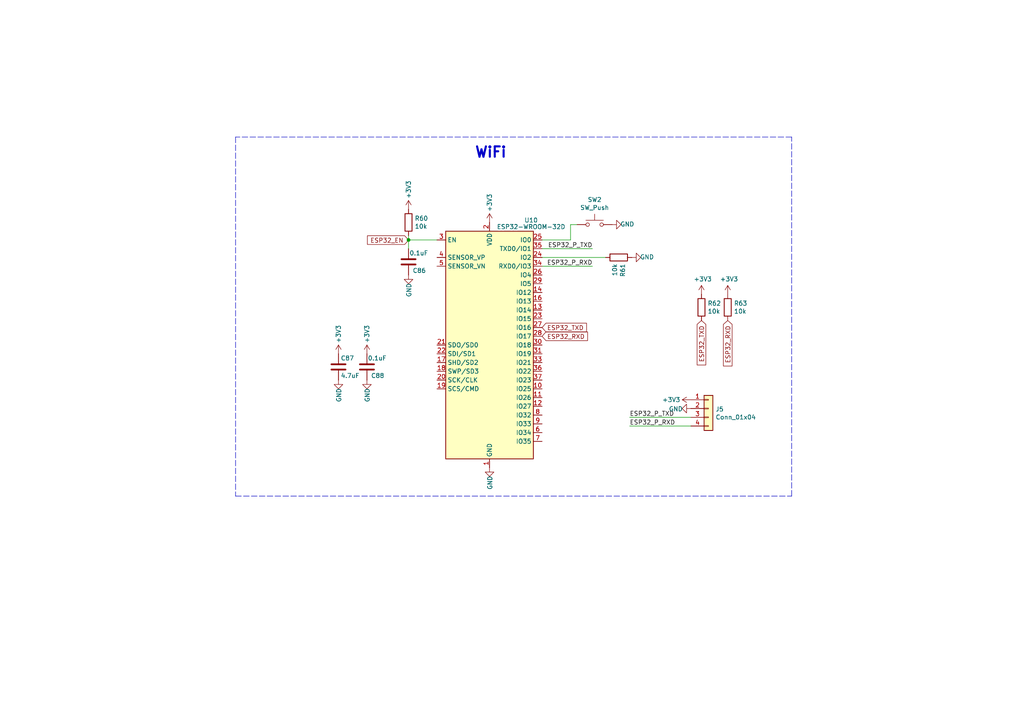
<source format=kicad_sch>
(kicad_sch (version 20211123) (generator eeschema)
  (paper "A4")
  (lib_symbols
    (symbol "Connector_Generic:Conn_01x04" (pin_names (offset 1.016) hide)
      (property "Reference" "J" (at 0 5.08 0))
      (property "Value" "Conn_01x04" (at 0 -7.62 0))
      (symbol "Conn_01x04_1_1"
        (rectangle (start -1.27 -4.953) (end 0 -5.207) (stroke (width 0.1524)))
        (rectangle (start -1.27 -2.413) (end 0 -2.667) (stroke (width 0.1524)))
        (rectangle (start -1.27 0.127) (end 0 -0.127) (stroke (width 0.1524)))
        (rectangle (start -1.27 2.667) (end 0 2.413) (stroke (width 0.1524)))
        (rectangle (start -1.27 3.81) (end 1.27 -6.35) (stroke (width 0.254)) (fill (type background)))
        (pin passive line (at -5.08 2.54 0) (length 3.81) (name "Pin_1") (number "1"))
        (pin passive line (at -5.08 0 0) (length 3.81) (name "Pin_2") (number "2"))
        (pin passive line (at -5.08 -2.54 0) (length 3.81) (name "Pin_3") (number "3"))
        (pin passive line (at -5.08 -5.08 0) (length 3.81) (name "Pin_4") (number "4"))
      )
    )
    (symbol "Device:C" (pin_numbers hide) (pin_names (offset 0.254))
      (property "Reference" "C" (at 0.635 2.54 0))
      (property "Value" "C" (at 0.635 -2.54 0))
      (symbol "C_0_1"
        (polyline (pts (xy -2.032 -0.762) (xy 2.032 -0.762)) (stroke (width 0.508)))
        (polyline (pts (xy -2.032 0.762) (xy 2.032 0.762)) (stroke (width 0.508)))
      )
      (symbol "C_1_1"
        (pin passive line (at 0 3.81 270) (length 2.794) (name "~") (number "1"))
        (pin passive line (at 0 -3.81 90) (length 2.794) (name "~") (number "2"))
      )
    )
    (symbol "Device:R" (pin_numbers hide) (pin_names (offset 0))
      (property "Reference" "R" (at 2.032 0 90))
      (property "Value" "R" (at 0 0 90))
      (symbol "R_0_1"
        (rectangle (start -1.016 -2.54) (end 1.016 2.54) (stroke (width 0.254)))
      )
      (symbol "R_1_1"
        (pin passive line (at 0 3.81 270) (length 1.27) (name "~") (number "1"))
        (pin passive line (at 0 -3.81 90) (length 1.27) (name "~") (number "2"))
      )
    )
    (symbol "RF_Module:ESP32-WROOM-32D"
      (property "Reference" "U" (at -12.7 34.29 0))
      (property "Value" "ESP32-WROOM-32D" (at 1.27 34.29 0))
      (symbol "ESP32-WROOM-32D_0_1"
        (rectangle (start -12.7 33.02) (end 12.7 -33.02) (stroke (width 0.254)) (fill (type background)))
      )
      (symbol "ESP32-WROOM-32D_1_1"
        (pin power_in line (at 0 -35.56 90) (length 2.54) (name "GND") (number "1"))
        (pin bidirectional line (at 15.24 -12.7 180) (length 2.54) (name "IO25") (number "10"))
        (pin bidirectional line (at 15.24 -15.24 180) (length 2.54) (name "IO26") (number "11"))
        (pin bidirectional line (at 15.24 -17.78 180) (length 2.54) (name "IO27") (number "12"))
        (pin bidirectional line (at 15.24 10.16 180) (length 2.54) (name "IO14") (number "13"))
        (pin bidirectional line (at 15.24 15.24 180) (length 2.54) (name "IO12") (number "14"))
        (pin passive line (at 0 -35.56 90) (length 2.54) hide (name "GND") (number "15"))
        (pin bidirectional line (at 15.24 12.7 180) (length 2.54) (name "IO13") (number "16"))
        (pin bidirectional line (at -15.24 -5.08 0) (length 2.54) (name "SHD/SD2") (number "17"))
        (pin bidirectional line (at -15.24 -7.62 0) (length 2.54) (name "SWP/SD3") (number "18"))
        (pin bidirectional line (at -15.24 -12.7 0) (length 2.54) (name "SCS/CMD") (number "19"))
        (pin power_in line (at 0 35.56 270) (length 2.54) (name "VDD") (number "2"))
        (pin bidirectional line (at -15.24 -10.16 0) (length 2.54) (name "SCK/CLK") (number "20"))
        (pin bidirectional line (at -15.24 0 0) (length 2.54) (name "SDO/SD0") (number "21"))
        (pin bidirectional line (at -15.24 -2.54 0) (length 2.54) (name "SDI/SD1") (number "22"))
        (pin bidirectional line (at 15.24 7.62 180) (length 2.54) (name "IO15") (number "23"))
        (pin bidirectional line (at 15.24 25.4 180) (length 2.54) (name "IO2") (number "24"))
        (pin bidirectional line (at 15.24 30.48 180) (length 2.54) (name "IO0") (number "25"))
        (pin bidirectional line (at 15.24 20.32 180) (length 2.54) (name "IO4") (number "26"))
        (pin bidirectional line (at 15.24 5.08 180) (length 2.54) (name "IO16") (number "27"))
        (pin bidirectional line (at 15.24 2.54 180) (length 2.54) (name "IO17") (number "28"))
        (pin bidirectional line (at 15.24 17.78 180) (length 2.54) (name "IO5") (number "29"))
        (pin input line (at -15.24 30.48 0) (length 2.54) (name "EN") (number "3"))
        (pin bidirectional line (at 15.24 0 180) (length 2.54) (name "IO18") (number "30"))
        (pin bidirectional line (at 15.24 -2.54 180) (length 2.54) (name "IO19") (number "31"))
        (pin no_connect line (at -12.7 -27.94 0) (length 2.54) hide (name "NC") (number "32"))
        (pin bidirectional line (at 15.24 -5.08 180) (length 2.54) (name "IO21") (number "33"))
        (pin bidirectional line (at 15.24 22.86 180) (length 2.54) (name "RXD0/IO3") (number "34"))
        (pin bidirectional line (at 15.24 27.94 180) (length 2.54) (name "TXD0/IO1") (number "35"))
        (pin bidirectional line (at 15.24 -7.62 180) (length 2.54) (name "IO22") (number "36"))
        (pin bidirectional line (at 15.24 -10.16 180) (length 2.54) (name "IO23") (number "37"))
        (pin passive line (at 0 -35.56 90) (length 2.54) hide (name "GND") (number "38"))
        (pin passive line (at 0 -35.56 90) (length 2.54) hide (name "GND") (number "39"))
        (pin input line (at -15.24 25.4 0) (length 2.54) (name "SENSOR_VP") (number "4"))
        (pin input line (at -15.24 22.86 0) (length 2.54) (name "SENSOR_VN") (number "5"))
        (pin input line (at 15.24 -25.4 180) (length 2.54) (name "IO34") (number "6"))
        (pin input line (at 15.24 -27.94 180) (length 2.54) (name "IO35") (number "7"))
        (pin bidirectional line (at 15.24 -20.32 180) (length 2.54) (name "IO32") (number "8"))
        (pin bidirectional line (at 15.24 -22.86 180) (length 2.54) (name "IO33") (number "9"))
      )
    )
    (symbol "Switch:SW_Push" (pin_numbers hide) (pin_names (offset 1.016) hide)
      (property "Reference" "SW" (at 1.27 2.54 0))
      (property "Value" "SW_Push" (at 0 -1.524 0))
      (symbol "SW_Push_0_1"
        (circle (center -2.032 0) (radius 0.508))
        (polyline (pts (xy 0 1.27) (xy 0 3.048)))
        (polyline (pts (xy 2.54 1.27) (xy -2.54 1.27)))
        (circle (center 2.032 0) (radius 0.508))
        (pin passive line (at -5.08 0 0) (length 2.54) (name "1") (number "1"))
        (pin passive line (at 5.08 0 180) (length 2.54) (name "2") (number "2"))
      )
    )
    (symbol "power:+3.3V" (power) (pin_names (offset 0))
      (property "Value" "+3.3V" (at 0 3.556 0))
      (symbol "+3.3V_0_1"
        (polyline (pts (xy -0.762 1.27) (xy 0 2.54)))
        (polyline (pts (xy 0 0) (xy 0 2.54)))
        (polyline (pts (xy 0 2.54) (xy 0.762 1.27)))
      )
      (symbol "+3.3V_1_1"
        (pin power_in line (at 0 0 90) (length 0) hide (name "+3V3") (number "1"))
      )
    )
    (symbol "power:GND" (power) (pin_names (offset 0))
      (property "Value" "GND" (at 0 -3.81 0))
      (symbol "GND_0_1"
        (polyline (pts (xy 0 0) (xy 0 -1.27) (xy 1.27 -1.27) (xy 0 -2.54) (xy -1.27 -1.27) (xy 0 -1.27)))
      )
      (symbol "GND_1_1"
        (pin power_in line (at 0 0 270) (length 0) hide (name "GND") (number "1"))
      )
    )
  )
  (junction (at 118.491 69.596))
  (wire (pts (xy 165.481 65.151) (xy 167.386 65.151)))
  (wire (pts (xy 157.226 74.676) (xy 175.641 74.676)))
  (polyline (pts (xy 68.326 39.751) (xy 68.326 143.891)))
  (wire (pts (xy 118.491 68.326) (xy 118.491 69.596)))
  (wire (pts (xy 126.746 69.596) (xy 118.491 69.596)))
  (wire (pts (xy 157.226 69.596) (xy 165.481 69.596)))
  (wire (pts (xy 165.481 69.596) (xy 165.481 65.151)))
  (wire (pts (xy 182.626 123.571) (xy 200.406 123.571)))
  (polyline (pts (xy 229.616 39.751) (xy 68.326 39.751)))
  (wire (pts (xy 157.226 72.136) (xy 171.831 72.136)))
  (polyline (pts (xy 229.616 143.891) (xy 229.616 39.751)))
  (polyline (pts (xy 68.326 143.891) (xy 229.616 143.891)))
  (wire (pts (xy 182.626 121.031) (xy 200.406 121.031)))
  (wire (pts (xy 118.491 69.596) (xy 118.491 72.136)))
  (wire (pts (xy 157.226 77.216) (xy 171.831 77.216)))
  (text "WiFi" (at 137.541 46.101 0) (effects (font (size 2.9972 2.9972) (thickness 0.5994) bold) (justify left bottom)))
  (label "ESP32_P_RXD" (at 171.831 77.216 180))
  (label "ESP32_P_TXD" (at 182.626 121.031 0))
  (label "ESP32_P_RXD" (at 182.626 123.571 0))
  (label "ESP32_P_TXD" (at 171.831 72.136 180))
  (global_label "ESP32_EN" (shape input) (at 118.491 69.6392 180) (property "Intersheet References" "${INTERSHEET_REFS}" (effects hide)))
  (global_label "ESP32_TXD" (shape input) (at 157.226 94.996 0) (property "Intersheet References" "${INTERSHEET_REFS}" (effects hide)))
  (global_label "ESP32_RXD" (shape input) (at 157.226 97.536 0) (property "Intersheet References" "${INTERSHEET_REFS}" (effects hide)))
  (global_label "ESP32_RXD" (shape input) (at 211.074 92.964 270) (property "Intersheet References" "${INTERSHEET_REFS}" (effects hide)))
  (global_label "ESP32_TXD" (shape input) (at 203.454 92.964 270) (property "Intersheet References" "${INTERSHEET_REFS}" (effects hide)))
  (symbol (lib_id "power:GND") (at 141.986 135.636 0) (unit 1)
    (property "Reference" "#PWR0219" (effects hide))
    (property "Value" "GND" (at 142.113 140.0302 90))
  )
  (symbol (lib_id "power:GND") (at 177.546 65.151 90) (unit 1)
    (property "Reference" "#PWR0208" (effects hide))
    (property "Value" "GND" (at 181.9402 65.024 90))
  )
  (symbol (lib_id "Connector_Generic:Conn_01x04") (at 205.486 118.491 0) (unit 1)
    (property "Reference" "J5" (at 207.518 118.6942 0) (effects (justify left)))
    (property "Value" "Conn_01x04" (at 207.518 121.0056 0) (effects (justify left)))
    (property "Footprint" "Connector_PinHeader_1.27mm:PinHeader_1x04_P1.27mm_Vertical" (effects hide))
  )
  (symbol (lib_id "Device:C") (at 106.426 106.426 180) (unit 1)
    (property "Reference" "C88" (at 111.506 108.966 0) (effects (justify left)))
    (property "Value" "0.1uF" (at 112.141 103.886 0) (effects (justify left)))
    (property "Footprint" "Capacitor_SMD:C_0603_1608Metric" (effects hide))
  )
  (symbol (lib_id "Device:R") (at 118.491 64.516 180) (unit 1)
    (property "Reference" "R60" (at 120.269 63.3476 0) (effects (justify right)))
    (property "Value" "10k" (at 120.269 65.659 0) (effects (justify right)))
    (property "Footprint" "Resistor_SMD:R_0603_1608Metric" (effects hide))
  )
  (symbol (lib_id "Device:R") (at 203.454 89.154 0) (unit 1)
    (property "Reference" "R62" (at 205.232 87.9856 0) (effects (justify left)))
    (property "Value" "10k" (at 205.232 90.297 0) (effects (justify left)))
    (property "Footprint" "Resistor_SMD:R_0603_1608Metric" (effects hide))
  )
  (symbol (lib_id "Switch:SW_Push") (at 172.466 65.151 0) (unit 1)
    (property "Reference" "SW2" (at 172.466 57.912 0))
    (property "Value" "SW_Push" (at 172.466 60.2234 0))
    (property "Footprint" "Button_Switch_SMD:SW_SPST_CK_RS282G05A3" (effects hide))
  )
  (symbol (lib_id "power:GND") (at 106.426 110.236 0) (unit 1)
    (property "Reference" "#PWR0216" (effects hide))
    (property "Value" "GND" (at 106.553 114.6302 90))
  )
  (symbol (lib_id "Device:C") (at 98.171 106.426 0) (unit 1)
    (property "Reference" "C87" (at 98.806 103.886 0) (effects (justify left)))
    (property "Value" "4.7uF" (at 98.806 108.966 0) (effects (justify left)))
    (property "Footprint" "Capacitor_SMD:C_0805_2012Metric" (effects hide))
  )
  (symbol (lib_id "power:+3.3V") (at 118.491 60.706 0) (unit 1)
    (property "Reference" "#PWR0206" (effects hide))
    (property "Value" "+3.3V" (at 118.491 54.991 90))
  )
  (symbol (lib_id "power:GND") (at 183.261 74.676 90) (unit 1)
    (property "Reference" "#PWR0209" (effects hide))
    (property "Value" "GND" (at 187.6552 74.549 90))
  )
  (symbol (lib_id "power:+3.3V") (at 106.426 102.616 0) (unit 1)
    (property "Reference" "#PWR0214" (effects hide))
    (property "Value" "+3.3V" (at 106.426 96.901 90))
  )
  (symbol (lib_id "power:+3.3V") (at 203.454 85.344 0) (unit 1)
    (property "Reference" "#PWR0211" (effects hide))
    (property "Value" "+3.3V" (at 203.835 80.9498 0))
  )
  (symbol (lib_id "power:+3.3V") (at 141.986 64.516 0) (unit 1)
    (property "Reference" "#PWR0207" (effects hide))
    (property "Value" "+3.3V" (at 141.986 58.801 90))
  )
  (symbol (lib_id "power:GND") (at 118.491 79.756 0) (unit 1)
    (property "Reference" "#PWR0210" (effects hide))
    (property "Value" "GND" (at 118.618 84.1502 90))
  )
  (symbol (lib_id "power:+3.3V") (at 98.171 102.616 0) (unit 1)
    (property "Reference" "#PWR0213" (effects hide))
    (property "Value" "+3.3V" (at 98.171 96.901 90))
  )
  (symbol (lib_id "Device:R") (at 211.074 89.154 0) (unit 1)
    (property "Reference" "R63" (at 212.852 87.9856 0) (effects (justify left)))
    (property "Value" "10k" (at 212.852 90.297 0) (effects (justify left)))
    (property "Footprint" "Resistor_SMD:R_0603_1608Metric" (effects hide))
  )
  (symbol (lib_id "power:GND") (at 200.406 118.491 270) (unit 1)
    (property "Reference" "#PWR0218" (effects hide))
    (property "Value" "GND" (at 196.0118 118.618 90))
  )
  (symbol (lib_id "power:+3.3V") (at 211.074 85.344 0) (unit 1)
    (property "Reference" "#PWR0212" (effects hide))
    (property "Value" "+3.3V" (at 211.455 80.9498 0))
  )
  (symbol (lib_id "RF_Module:ESP32-WROOM-32D") (at 141.986 100.076 0) (unit 1)
    (property "Reference" "U10" (at 154.051 63.881 0))
    (property "Value" "ESP32-WROOM-32D" (at 154.051 65.786 0))
    (property "Footprint" "Footprint:ESP32-WROOM-32D" (effects hide))
    (property "Datasheet" "https://www.espressif.com/sites/default/files/documentation/esp32-wroom-32d_esp32-wroom-32u_datasheet_en.pdf" (effects hide))
  )
  (symbol (lib_id "Device:C") (at 118.491 75.946 180) (unit 1)
    (property "Reference" "C86" (at 123.571 78.486 0) (effects (justify left)))
    (property "Value" "0.1uF" (at 124.206 73.406 0) (effects (justify left)))
    (property "Footprint" "Capacitor_SMD:C_0603_1608Metric" (effects hide))
  )
  (symbol (lib_id "power:GND") (at 98.171 110.236 0) (unit 1)
    (property "Reference" "#PWR0215" (effects hide))
    (property "Value" "GND" (at 98.298 114.6302 90))
  )
  (symbol (lib_id "power:+3.3V") (at 200.406 115.951 90) (unit 1)
    (property "Reference" "#PWR0217" (effects hide))
    (property "Value" "+3.3V" (at 194.691 115.951 90))
  )
  (symbol (lib_id "Device:R") (at 179.451 74.676 90) (unit 1)
    (property "Reference" "R61" (at 180.6194 76.454 0) (effects (justify right)))
    (property "Value" "10k" (at 178.308 76.454 0) (effects (justify right)))
    (property "Footprint" "Resistor_SMD:R_0603_1608Metric" (effects hide))
  )
)
</source>
